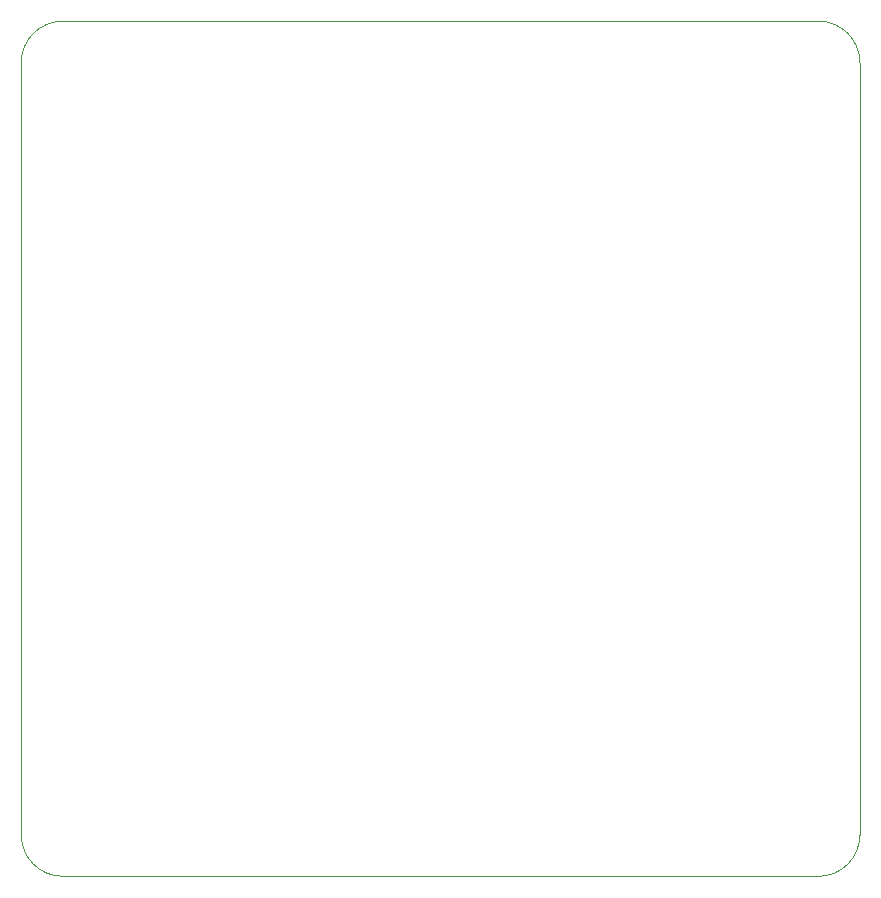
<source format=gbr>
%TF.GenerationSoftware,KiCad,Pcbnew,(6.0.4)*%
%TF.CreationDate,2022-05-03T06:31:47-04:00*%
%TF.ProjectId,smd_vacuum,736d645f-7661-4637-9575-6d2e6b696361,rev?*%
%TF.SameCoordinates,PXaa6bee0PY277b6c0*%
%TF.FileFunction,Profile,NP*%
%FSLAX46Y46*%
G04 Gerber Fmt 4.6, Leading zero omitted, Abs format (unit mm)*
G04 Created by KiCad (PCBNEW (6.0.4)) date 2022-05-03 06:31:47*
%MOMM*%
%LPD*%
G01*
G04 APERTURE LIST*
%TA.AperFunction,Profile*%
%ADD10C,0.050000*%
%TD*%
G04 APERTURE END LIST*
D10*
X-73000000Y-70900000D02*
G75*
G03*
X-69500000Y-74400000I3500000J0D01*
G01*
X-5500000Y-74400000D02*
G75*
G03*
X-2000000Y-70900000I0J3500000D01*
G01*
X-2000000Y-5500000D02*
G75*
G03*
X-5500000Y-2000000I-3500000J0D01*
G01*
X-69500000Y-2000000D02*
G75*
G03*
X-73000000Y-5500000I0J-3500000D01*
G01*
X-73000000Y-70900000D02*
X-73000000Y-5500000D01*
X-5500000Y-74400000D02*
X-69500000Y-74400000D01*
X-2000000Y-5500000D02*
X-2000000Y-70900000D01*
X-69500000Y-2000000D02*
X-5500000Y-2000000D01*
M02*

</source>
